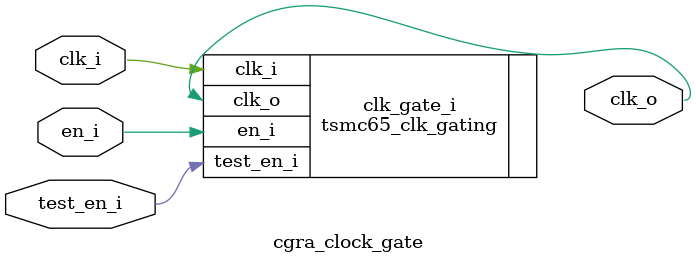
<source format=sv>

module cgra_clock_gate (
    input  logic clk_i,
    input  logic en_i,
    input  logic test_en_i,
    output logic clk_o
);

  tsmc65_clk_gating clk_gate_i (
      .clk_i,
      .en_i,
      .test_en_i,
      .clk_o
  );

endmodule

</source>
